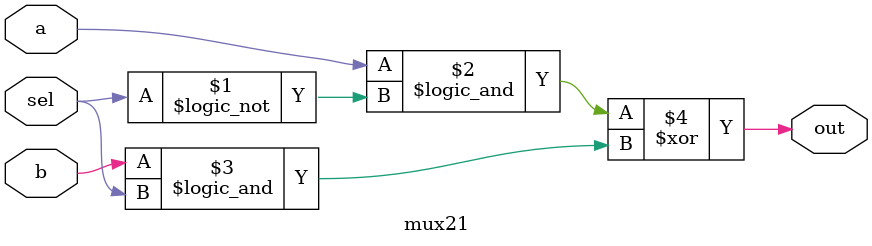
<source format=v>
/*
For the following Karnaugh map, give the circuit implementation using one 4-to-1 multiplexer and as many 2-to-1 multiplexers as required, 
but using as few as possible. You are not allowed to use any other logic gate and you must use a and b as the multiplexer selector inputs, 
as shown on the 4-to-1 multiplexer below.

You are implementing just the portion labelled top_module, such that the entire circuit (including the 4-to-1 mux) implements the K-map.

https://hdlbits.01xz.net/wiki/File:Ece241_2014_q3.png

https://hdlbits.01xz.net/wiki/File:Ece241_2014_q3mux.png


(The requirement to use only 2-to-1 multiplexers exists because the original exam question also wanted to test logic function simplification using K-maps 
and how to synthesize logic functions using only multiplexers. If you wish to treat this as purely a Verilog exercise, you may ignore this constraint and 
write the module any way you wish.)
*/



module top_module (
    input c,
    input d,
    output [3:0] mux_in
);

    mux21 mux1(.a(c), .b(1'b1), .sel(c), .out(mux_in[0]));
    assign mux_in[1] = 1'b0;
    mux21 mux2(.a(1'b0), .b(d), .sel(c), .out(mux_in[2]));
    mux21 mux3(.a(1'b0), .b(1'b0), .sel(d), .out(mux_in[3]));


endmodule



module mux21 (input a, 
    input b, input sel, output out);

    assign out = (a && !sel) ^ (b && sel);

endmodule

</source>
